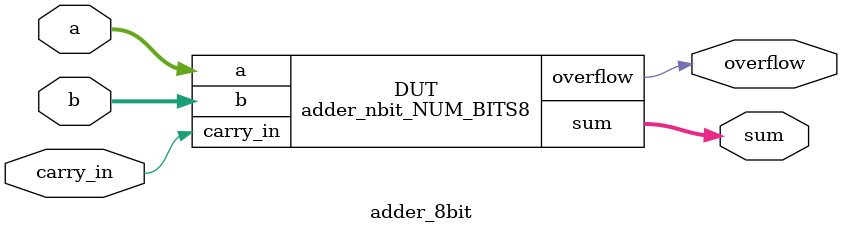
<source format=v>


module adder_1bit_7 ( a, b, carry_in, sum, carry_out );
  input a, b, carry_in;
  output sum, carry_out;
  wire   n1, n2;

  XOR2X1 U1 ( .A(carry_in), .B(n1), .Y(sum) );
  INVX1 U2 ( .A(n2), .Y(carry_out) );
  AOI22X1 U3 ( .A(b), .B(a), .C(n1), .D(carry_in), .Y(n2) );
  XOR2X1 U4 ( .A(a), .B(b), .Y(n1) );
endmodule


module adder_1bit_0 ( a, b, carry_in, sum, carry_out );
  input a, b, carry_in;
  output sum, carry_out;
  wire   n1, n2;

  XOR2X1 U1 ( .A(carry_in), .B(n1), .Y(sum) );
  INVX1 U2 ( .A(n2), .Y(carry_out) );
  AOI22X1 U3 ( .A(b), .B(a), .C(n1), .D(carry_in), .Y(n2) );
  XOR2X1 U4 ( .A(a), .B(b), .Y(n1) );
endmodule


module adder_1bit_1 ( a, b, carry_in, sum, carry_out );
  input a, b, carry_in;
  output sum, carry_out;
  wire   n1, n2;

  XOR2X1 U1 ( .A(carry_in), .B(n1), .Y(sum) );
  INVX1 U2 ( .A(n2), .Y(carry_out) );
  AOI22X1 U3 ( .A(b), .B(a), .C(n1), .D(carry_in), .Y(n2) );
  XOR2X1 U4 ( .A(a), .B(b), .Y(n1) );
endmodule


module adder_1bit_2 ( a, b, carry_in, sum, carry_out );
  input a, b, carry_in;
  output sum, carry_out;
  wire   n1, n2;

  XOR2X1 U1 ( .A(carry_in), .B(n1), .Y(sum) );
  INVX1 U2 ( .A(n2), .Y(carry_out) );
  AOI22X1 U3 ( .A(b), .B(a), .C(n1), .D(carry_in), .Y(n2) );
  XOR2X1 U4 ( .A(a), .B(b), .Y(n1) );
endmodule


module adder_1bit_3 ( a, b, carry_in, sum, carry_out );
  input a, b, carry_in;
  output sum, carry_out;
  wire   n1, n2;

  XOR2X1 U1 ( .A(carry_in), .B(n1), .Y(sum) );
  INVX1 U2 ( .A(n2), .Y(carry_out) );
  AOI22X1 U3 ( .A(b), .B(a), .C(n1), .D(carry_in), .Y(n2) );
  XOR2X1 U4 ( .A(a), .B(b), .Y(n1) );
endmodule


module adder_1bit_4 ( a, b, carry_in, sum, carry_out );
  input a, b, carry_in;
  output sum, carry_out;
  wire   n1, n2;

  XOR2X1 U1 ( .A(carry_in), .B(n1), .Y(sum) );
  INVX1 U2 ( .A(n2), .Y(carry_out) );
  AOI22X1 U3 ( .A(b), .B(a), .C(n1), .D(carry_in), .Y(n2) );
  XOR2X1 U4 ( .A(a), .B(b), .Y(n1) );
endmodule


module adder_1bit_5 ( a, b, carry_in, sum, carry_out );
  input a, b, carry_in;
  output sum, carry_out;
  wire   n1, n2;

  XOR2X1 U1 ( .A(carry_in), .B(n1), .Y(sum) );
  INVX1 U2 ( .A(n2), .Y(carry_out) );
  AOI22X1 U3 ( .A(b), .B(a), .C(n1), .D(carry_in), .Y(n2) );
  XOR2X1 U4 ( .A(a), .B(b), .Y(n1) );
endmodule


module adder_1bit_6 ( a, b, carry_in, sum, carry_out );
  input a, b, carry_in;
  output sum, carry_out;
  wire   n1, n2;

  XOR2X1 U1 ( .A(carry_in), .B(n1), .Y(sum) );
  INVX1 U2 ( .A(n2), .Y(carry_out) );
  AOI22X1 U3 ( .A(b), .B(a), .C(n1), .D(carry_in), .Y(n2) );
  XOR2X1 U4 ( .A(a), .B(b), .Y(n1) );
endmodule


module adder_nbit_NUM_BITS8 ( a, b, overflow, carry_in, sum );
  input [7:0] a;
  input [7:0] b;
  output [7:0] sum;
  input carry_in;
  output overflow;

  wire   [7:1] carrys;

  adder_1bit_7 \genblk1[0].IX  ( .a(a[0]), .b(b[0]), .carry_in(carry_in), 
        .sum(sum[0]), .carry_out(carrys[1]) );
  adder_1bit_6 \genblk1[1].IX  ( .a(a[1]), .b(b[1]), .carry_in(carrys[1]), 
        .sum(sum[1]), .carry_out(carrys[2]) );
  adder_1bit_5 \genblk1[2].IX  ( .a(a[2]), .b(b[2]), .carry_in(carrys[2]), 
        .sum(sum[2]), .carry_out(carrys[3]) );
  adder_1bit_4 \genblk1[3].IX  ( .a(a[3]), .b(b[3]), .carry_in(carrys[3]), 
        .sum(sum[3]), .carry_out(carrys[4]) );
  adder_1bit_3 \genblk1[4].IX  ( .a(a[4]), .b(b[4]), .carry_in(carrys[4]), 
        .sum(sum[4]), .carry_out(carrys[5]) );
  adder_1bit_2 \genblk1[5].IX  ( .a(a[5]), .b(b[5]), .carry_in(carrys[5]), 
        .sum(sum[5]), .carry_out(carrys[6]) );
  adder_1bit_1 \genblk1[6].IX  ( .a(a[6]), .b(b[6]), .carry_in(carrys[6]), 
        .sum(sum[6]), .carry_out(carrys[7]) );
  adder_1bit_0 \genblk1[7].IX  ( .a(a[7]), .b(b[7]), .carry_in(carrys[7]), 
        .sum(sum[7]), .carry_out(overflow) );
endmodule


module adder_8bit ( a, b, carry_in, sum, overflow );
  input [7:0] a;
  input [7:0] b;
  output [7:0] sum;
  input carry_in;
  output overflow;


  adder_nbit_NUM_BITS8 DUT ( .a(a), .b(b), .overflow(overflow), .carry_in(
        carry_in), .sum(sum) );
endmodule


</source>
